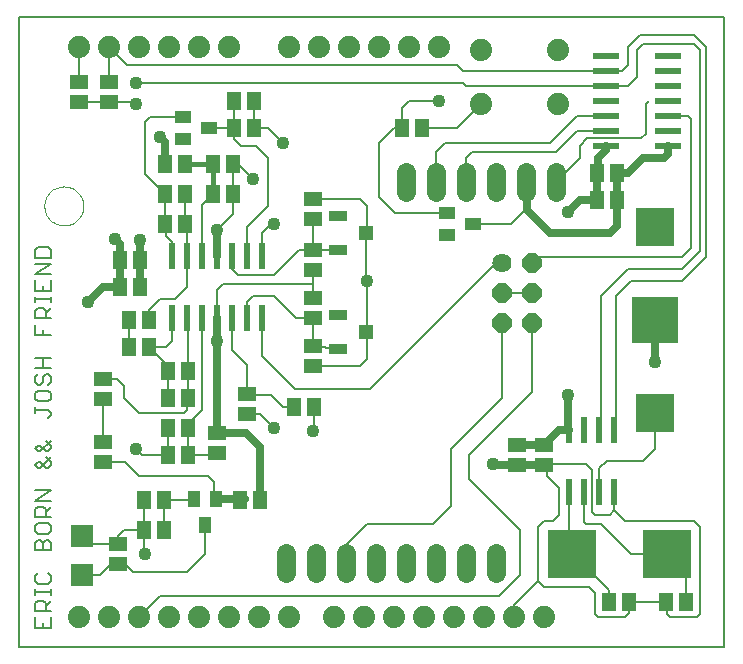
<source format=gtl>
G75*
G70*
%OFA0B0*%
%FSLAX24Y24*%
%IPPOS*%
%LPD*%
%AMOC8*
5,1,8,0,0,1.08239X$1,22.5*
%
%ADD10C,0.0000*%
%ADD11C,0.0080*%
%ADD12C,0.0740*%
%ADD13R,0.0394X0.0551*%
%ADD14R,0.0512X0.0591*%
%ADD15R,0.0591X0.0512*%
%ADD16R,0.0236X0.0866*%
%ADD17R,0.0551X0.0394*%
%ADD18R,0.0748X0.0748*%
%ADD19R,0.1560X0.1560*%
%ADD20R,0.1250X0.1250*%
%ADD21R,0.0630X0.0354*%
%ADD22R,0.0512X0.0512*%
%ADD23R,0.1614X0.1614*%
%ADD24C,0.0640*%
%ADD25R,0.0866X0.0236*%
%ADD26C,0.0640*%
%ADD27OC8,0.0640*%
%ADD28C,0.0250*%
%ADD29C,0.0436*%
%ADD30C,0.0160*%
D10*
X000161Y001865D02*
X000161Y022861D01*
X023681Y022861D01*
X023681Y001865D01*
X000161Y001865D01*
X001011Y016565D02*
X001013Y016615D01*
X001019Y016665D01*
X001029Y016715D01*
X001042Y016763D01*
X001059Y016811D01*
X001080Y016857D01*
X001104Y016901D01*
X001132Y016943D01*
X001163Y016983D01*
X001197Y017020D01*
X001234Y017055D01*
X001273Y017086D01*
X001314Y017115D01*
X001358Y017140D01*
X001404Y017162D01*
X001451Y017180D01*
X001499Y017194D01*
X001548Y017205D01*
X001598Y017212D01*
X001648Y017215D01*
X001699Y017214D01*
X001749Y017209D01*
X001799Y017200D01*
X001847Y017188D01*
X001895Y017171D01*
X001941Y017151D01*
X001986Y017128D01*
X002029Y017101D01*
X002069Y017071D01*
X002107Y017038D01*
X002142Y017002D01*
X002175Y016963D01*
X002204Y016922D01*
X002230Y016879D01*
X002253Y016834D01*
X002272Y016787D01*
X002287Y016739D01*
X002299Y016690D01*
X002307Y016640D01*
X002311Y016590D01*
X002311Y016540D01*
X002307Y016490D01*
X002299Y016440D01*
X002287Y016391D01*
X002272Y016343D01*
X002253Y016296D01*
X002230Y016251D01*
X002204Y016208D01*
X002175Y016167D01*
X002142Y016128D01*
X002107Y016092D01*
X002069Y016059D01*
X002029Y016029D01*
X001986Y016002D01*
X001941Y015979D01*
X001895Y015959D01*
X001847Y015942D01*
X001799Y015930D01*
X001749Y015921D01*
X001699Y015916D01*
X001648Y015915D01*
X001598Y015918D01*
X001548Y015925D01*
X001499Y015936D01*
X001451Y015950D01*
X001404Y015968D01*
X001358Y015990D01*
X001314Y016015D01*
X001273Y016044D01*
X001234Y016075D01*
X001197Y016110D01*
X001163Y016147D01*
X001132Y016187D01*
X001104Y016229D01*
X001080Y016273D01*
X001059Y016319D01*
X001042Y016367D01*
X001029Y016415D01*
X001019Y016465D01*
X001013Y016515D01*
X001011Y016565D01*
D11*
X000161Y022865D02*
X000161Y001865D01*
X023661Y001865D01*
X023661Y022865D01*
X000161Y022865D01*
X002161Y021865D02*
X002161Y020699D01*
X002161Y020030D02*
X003161Y020030D01*
X003996Y020030D01*
X004061Y019965D01*
X004535Y019539D02*
X004361Y019365D01*
X004361Y017630D01*
X005027Y016965D01*
X005027Y015965D01*
X005061Y015930D01*
X005061Y015565D01*
X005261Y015365D01*
X005261Y014888D01*
X005761Y014888D02*
X005761Y013865D01*
X005361Y013465D01*
X004861Y013465D01*
X004496Y013099D01*
X004496Y012765D01*
X005261Y012841D02*
X005261Y012065D01*
X005061Y011865D01*
X004496Y011865D01*
X005127Y011234D01*
X005127Y011065D01*
X005127Y010165D01*
X005761Y010130D02*
X005761Y009765D01*
X005661Y009665D01*
X004161Y009665D01*
X003661Y010165D01*
X003661Y010565D01*
X003427Y010799D01*
X002961Y010799D01*
X002961Y010130D02*
X002961Y008699D01*
X002961Y008030D02*
X003696Y008030D01*
X004161Y007565D01*
X006461Y007565D01*
X006661Y007365D01*
X006661Y006872D01*
X006735Y006798D01*
X005987Y006798D02*
X005954Y006765D01*
X004996Y006765D01*
X004996Y005765D01*
X004327Y005765D02*
X003661Y005765D01*
X003461Y005565D01*
X003461Y005299D01*
X002261Y005299D01*
X002261Y005565D01*
X001221Y005722D02*
X001221Y005895D01*
X001135Y005982D01*
X000788Y005982D01*
X000701Y005895D01*
X000701Y005722D01*
X000788Y005635D01*
X001135Y005635D01*
X001221Y005722D01*
X001135Y005430D02*
X001221Y005343D01*
X001221Y005083D01*
X000701Y005083D01*
X000701Y005343D01*
X000788Y005430D01*
X000874Y005430D01*
X000961Y005343D01*
X000961Y005083D01*
X000961Y005343D02*
X001048Y005430D01*
X001135Y005430D01*
X001221Y006188D02*
X000701Y006188D01*
X000701Y006448D01*
X000788Y006534D01*
X000961Y006534D01*
X001048Y006448D01*
X001048Y006188D01*
X001048Y006361D02*
X001221Y006534D01*
X001221Y006740D02*
X000701Y006740D01*
X001221Y007087D01*
X000701Y007087D01*
X000788Y007845D02*
X000874Y007845D01*
X001221Y008192D01*
X001048Y008192D02*
X001221Y008018D01*
X001221Y007932D01*
X001135Y007845D01*
X001048Y007845D01*
X000874Y008018D01*
X000788Y008018D01*
X000701Y007932D01*
X000788Y007845D01*
X000788Y008397D02*
X000874Y008397D01*
X001221Y008744D01*
X001048Y008744D02*
X001221Y008571D01*
X001221Y008484D01*
X001135Y008397D01*
X001048Y008397D01*
X000874Y008571D01*
X000788Y008571D01*
X000701Y008484D01*
X000788Y008397D01*
X001135Y009502D02*
X001221Y009589D01*
X001221Y009676D01*
X001135Y009762D01*
X000701Y009762D01*
X000701Y009676D02*
X000701Y009849D01*
X000788Y010055D02*
X001135Y010055D01*
X001221Y010141D01*
X001221Y010315D01*
X001135Y010402D01*
X000788Y010402D01*
X000701Y010315D01*
X000701Y010141D01*
X000788Y010055D01*
X000788Y010607D02*
X000874Y010607D01*
X000961Y010694D01*
X000961Y010867D01*
X001048Y010954D01*
X001135Y010954D01*
X001221Y010867D01*
X001221Y010694D01*
X001135Y010607D01*
X000788Y010607D02*
X000701Y010694D01*
X000701Y010867D01*
X000788Y010954D01*
X000701Y011159D02*
X001221Y011159D01*
X000961Y011159D02*
X000961Y011506D01*
X000701Y011506D02*
X001221Y011506D01*
X001221Y012264D02*
X000701Y012264D01*
X000701Y012611D01*
X000701Y012817D02*
X000701Y013077D01*
X000788Y013164D01*
X000961Y013164D01*
X001048Y013077D01*
X001048Y012817D01*
X001048Y012990D02*
X001221Y013164D01*
X001221Y013369D02*
X001221Y013543D01*
X001221Y013456D02*
X000701Y013456D01*
X000701Y013369D02*
X000701Y013543D01*
X000701Y013738D02*
X001221Y013738D01*
X001221Y014084D01*
X001221Y014290D02*
X000701Y014290D01*
X001221Y014637D01*
X000701Y014637D01*
X000701Y014842D02*
X000701Y015103D01*
X000788Y015189D01*
X001135Y015189D01*
X001221Y015103D01*
X001221Y014842D01*
X000701Y014842D01*
X000701Y014084D02*
X000701Y013738D01*
X000961Y013738D02*
X000961Y013911D01*
X001221Y012817D02*
X000701Y012817D01*
X000961Y012438D02*
X000961Y012264D01*
X003827Y011865D02*
X003827Y012765D01*
X005761Y012841D02*
X005796Y012806D01*
X005796Y011065D01*
X005796Y010165D01*
X005761Y010130D01*
X006261Y009765D02*
X006261Y012841D01*
X006761Y012841D02*
X006761Y013765D01*
X006961Y013965D01*
X009961Y013965D01*
X009961Y013499D01*
X009961Y013965D02*
X009961Y014430D01*
X009961Y015099D02*
X009496Y015099D01*
X008661Y014265D01*
X007461Y014265D01*
X007261Y014465D01*
X007261Y014888D01*
X007761Y014888D02*
X007761Y015865D01*
X008461Y016565D01*
X008461Y018165D01*
X008061Y018565D01*
X007561Y018565D01*
X007327Y018799D01*
X007327Y019165D01*
X007327Y020065D01*
X007996Y020065D02*
X007996Y019165D01*
X008461Y019165D01*
X008961Y018665D01*
X007961Y017465D02*
X007461Y017965D01*
X007296Y017965D01*
X007296Y016965D01*
X007296Y016299D01*
X006761Y015765D01*
X006261Y016599D02*
X006627Y016965D01*
X006261Y016599D02*
X006261Y014888D01*
X005761Y014888D02*
X005761Y015899D01*
X005696Y015965D01*
X005696Y016965D01*
X008261Y015665D02*
X008261Y014888D01*
X008261Y015665D02*
X008561Y015965D01*
X008661Y015965D01*
X009961Y016130D02*
X009961Y015099D01*
X010783Y015113D01*
X011740Y015665D02*
X011761Y015686D01*
X011761Y016565D01*
X011527Y016799D01*
X009961Y016799D01*
X011740Y015665D02*
X011740Y014086D01*
X011761Y014065D01*
X011761Y012386D01*
X011740Y012365D01*
X011761Y012343D01*
X011761Y011465D01*
X011527Y011230D01*
X009961Y011230D01*
X009961Y011899D02*
X010783Y011813D01*
X009961Y011899D02*
X009961Y012830D01*
X009396Y012830D01*
X008661Y013565D01*
X007961Y013565D01*
X007761Y013365D01*
X007761Y012841D01*
X007261Y012841D02*
X007261Y011765D01*
X007761Y011265D01*
X007761Y010299D01*
X007796Y010265D01*
X008561Y010265D01*
X008961Y009865D01*
X009327Y009865D01*
X009361Y010465D02*
X008261Y011565D01*
X008261Y012841D01*
X009361Y010465D02*
X011861Y010465D01*
X016061Y014665D01*
X016261Y014665D01*
X017261Y014665D02*
X017461Y014865D01*
X022261Y014865D01*
X022561Y015165D01*
X022561Y019465D01*
X022461Y019565D01*
X021785Y019565D01*
X021161Y020065D02*
X021061Y019965D01*
X021061Y018965D01*
X020911Y018815D01*
X019111Y018815D01*
X018861Y018565D01*
X018861Y018165D01*
X018061Y017365D01*
X017061Y017365D02*
X017061Y016465D01*
X016561Y015965D01*
X015294Y015965D01*
X014428Y016339D02*
X012687Y016339D01*
X012161Y016865D01*
X012161Y018665D01*
X012661Y019165D01*
X012927Y019165D01*
X012927Y019830D01*
X013161Y020065D01*
X014161Y020065D01*
X014961Y020665D02*
X015061Y020565D01*
X019738Y020565D01*
X020461Y020565D01*
X020761Y020865D01*
X020761Y021765D01*
X020961Y021965D01*
X022661Y021965D01*
X022861Y021765D01*
X022861Y015065D01*
X022261Y014465D01*
X020461Y014465D01*
X019561Y013565D01*
X019561Y009138D01*
X019511Y009088D01*
X020011Y009088D02*
X020061Y009138D01*
X020061Y013565D01*
X020561Y014065D01*
X022261Y014065D01*
X023061Y014865D01*
X023061Y021865D01*
X022661Y022265D01*
X020861Y022265D01*
X020461Y021865D01*
X020461Y021265D01*
X020261Y021065D01*
X019738Y021065D01*
X014961Y021065D01*
X014761Y021265D01*
X003761Y021265D01*
X003161Y021865D01*
X003161Y020699D01*
X004061Y020665D02*
X014961Y020665D01*
X015581Y019975D02*
X014771Y019165D01*
X013596Y019165D01*
X014361Y018665D02*
X014061Y018365D01*
X014061Y017365D01*
X015061Y017365D02*
X015061Y018165D01*
X015261Y018365D01*
X018061Y018365D01*
X018761Y019065D01*
X019738Y019065D01*
X019738Y019565D02*
X018761Y019565D01*
X017861Y018665D01*
X014361Y018665D01*
X016261Y013665D02*
X017261Y013665D01*
X017261Y012665D02*
X017261Y010365D01*
X015161Y008265D01*
X015161Y007465D01*
X016861Y005765D01*
X016861Y004265D01*
X016161Y003565D01*
X004861Y003565D01*
X004161Y002865D01*
X003961Y004365D02*
X005761Y004365D01*
X006361Y004965D01*
X006361Y005931D01*
X004327Y005765D02*
X004327Y004999D01*
X004361Y004965D01*
X003961Y004365D02*
X003696Y004630D01*
X003461Y004630D01*
X003227Y004630D01*
X002861Y004265D01*
X002261Y004265D01*
X001221Y004238D02*
X001221Y004064D01*
X001135Y003978D01*
X000788Y003978D01*
X000701Y004064D01*
X000701Y004238D01*
X000788Y004325D01*
X001135Y004325D02*
X001221Y004238D01*
X001221Y003783D02*
X001221Y003609D01*
X001221Y003696D02*
X000701Y003696D01*
X000701Y003609D02*
X000701Y003783D01*
X000788Y003404D02*
X000961Y003404D01*
X001048Y003317D01*
X001048Y003057D01*
X001221Y003057D02*
X000701Y003057D01*
X000701Y003317D01*
X000788Y003404D01*
X001048Y003230D02*
X001221Y003404D01*
X001221Y002851D02*
X001221Y002505D01*
X000701Y002505D01*
X000701Y002851D01*
X000961Y002678D02*
X000961Y002505D01*
X004327Y005765D02*
X004327Y006765D01*
X004261Y008265D02*
X004061Y008465D01*
X004261Y008265D02*
X005127Y008265D01*
X005127Y009165D01*
X005796Y009165D02*
X005796Y009299D01*
X006261Y009765D01*
X005796Y009165D02*
X005796Y008265D01*
X006696Y008265D01*
X006761Y008330D01*
X007761Y009630D02*
X008196Y009630D01*
X008661Y009165D01*
X009961Y009065D02*
X009996Y009099D01*
X009996Y009865D01*
X014561Y008465D02*
X014561Y006565D01*
X013961Y005965D01*
X011761Y005965D01*
X011061Y005265D01*
X011061Y004665D01*
X014561Y008465D02*
X016261Y010165D01*
X016261Y012665D01*
X021361Y009665D02*
X021361Y008465D01*
X020961Y008065D01*
X019761Y008065D01*
X019511Y007815D01*
X019511Y007041D01*
X020011Y007041D02*
X020011Y006415D01*
X019861Y006265D01*
X019361Y006265D01*
X019261Y006365D01*
X019261Y007765D01*
X019061Y007965D01*
X017696Y007965D01*
X017661Y007930D01*
X017661Y007965D02*
X017761Y007865D01*
X017761Y007565D01*
X018161Y007165D01*
X018161Y006265D01*
X017961Y006065D01*
X017661Y006065D01*
X017461Y005865D01*
X017461Y004065D01*
X016661Y003265D01*
X016661Y002865D01*
X017661Y003865D02*
X017461Y004065D01*
X017661Y003865D02*
X019161Y003865D01*
X019361Y003665D01*
X019361Y002965D01*
X019461Y002865D01*
X020361Y002865D01*
X020496Y002999D01*
X020496Y003365D01*
X021727Y003365D01*
X021761Y003330D01*
X021761Y002965D01*
X021861Y002865D01*
X022761Y002865D01*
X022861Y002965D01*
X022861Y005865D01*
X022661Y006065D01*
X020361Y006065D01*
X020011Y006415D01*
X019561Y005965D02*
X020561Y004965D01*
X021761Y004965D01*
X022396Y004330D01*
X022396Y003365D01*
X019827Y003365D02*
X019827Y003749D01*
X018611Y004965D01*
X018511Y005065D01*
X018511Y007041D01*
X019011Y007041D02*
X019011Y006015D01*
X019061Y005965D01*
X019561Y005965D01*
X007327Y019165D02*
X006494Y019165D01*
X005628Y019539D02*
X004535Y019539D01*
D12*
X004161Y021865D03*
X003161Y021865D03*
X002161Y021865D03*
X005161Y021865D03*
X006161Y021865D03*
X007161Y021865D03*
X009161Y021865D03*
X010161Y021865D03*
X011161Y021865D03*
X012161Y021865D03*
X013161Y021865D03*
X014161Y021865D03*
X015581Y021755D03*
X015581Y019975D03*
X018141Y019975D03*
X018141Y021755D03*
X017661Y002865D03*
X016661Y002865D03*
X015661Y002865D03*
X014661Y002865D03*
X013661Y002865D03*
X012661Y002865D03*
X011661Y002865D03*
X010661Y002865D03*
X009161Y002865D03*
X008161Y002865D03*
X007161Y002865D03*
X006161Y002865D03*
X005161Y002865D03*
X004161Y002865D03*
X003161Y002865D03*
X002161Y002865D03*
D13*
X006361Y005931D03*
X005987Y006798D03*
X006735Y006798D03*
D14*
X007527Y006765D03*
X008196Y006765D03*
X005796Y008265D03*
X005127Y008265D03*
X005127Y009165D03*
X005796Y009165D03*
X005796Y010165D03*
X005127Y010165D03*
X005127Y011065D03*
X005796Y011065D03*
X004496Y011865D03*
X003827Y011865D03*
X003827Y012765D03*
X004496Y012765D03*
X004196Y013865D03*
X003527Y013865D03*
X003527Y014765D03*
X004196Y014765D03*
X005027Y015965D03*
X005696Y015965D03*
X005696Y016965D03*
X005027Y016965D03*
X005027Y017965D03*
X005696Y017965D03*
X006627Y017965D03*
X007296Y017965D03*
X007296Y016965D03*
X006627Y016965D03*
X007327Y019165D03*
X007996Y019165D03*
X007996Y020065D03*
X007327Y020065D03*
X012927Y019165D03*
X013596Y019165D03*
X019427Y017665D03*
X020096Y017665D03*
X020096Y016765D03*
X019427Y016765D03*
X009996Y009865D03*
X009327Y009865D03*
X004996Y006765D03*
X004327Y006765D03*
X004327Y005765D03*
X004996Y005765D03*
X019827Y003365D03*
X020496Y003365D03*
X021727Y003365D03*
X022396Y003365D03*
D15*
X017661Y007930D03*
X017661Y008599D03*
X016761Y008599D03*
X016761Y007930D03*
X009961Y011230D03*
X009961Y011899D03*
X009961Y012830D03*
X009961Y013499D03*
X009961Y014430D03*
X009961Y015099D03*
X009961Y016130D03*
X009961Y016799D03*
X003161Y020030D03*
X003161Y020699D03*
X002161Y020699D03*
X002161Y020030D03*
X002961Y010799D03*
X002961Y010130D03*
X002961Y008699D03*
X002961Y008030D03*
X003461Y005299D03*
X003461Y004630D03*
X006761Y008330D03*
X006761Y008999D03*
X007761Y009630D03*
X007761Y010299D03*
D16*
X007761Y012841D03*
X007261Y012841D03*
X006761Y012841D03*
X006261Y012841D03*
X005761Y012841D03*
X005261Y012841D03*
X005261Y014888D03*
X005761Y014888D03*
X006261Y014888D03*
X006761Y014888D03*
X007261Y014888D03*
X007761Y014888D03*
X008261Y014888D03*
X008261Y012841D03*
X018511Y009088D03*
X019011Y009088D03*
X019511Y009088D03*
X020011Y009088D03*
X020011Y007041D03*
X019511Y007041D03*
X019011Y007041D03*
X018511Y007041D03*
D17*
X014428Y015591D03*
X014428Y016339D03*
X015294Y015965D03*
X006494Y019165D03*
X005628Y019539D03*
X005628Y018791D03*
D18*
X002261Y005565D03*
X002261Y004265D03*
D19*
X021361Y012765D03*
D20*
X021361Y015865D03*
X021361Y009665D03*
D21*
X010783Y011813D03*
X010783Y012916D03*
X010783Y015113D03*
X010783Y016216D03*
D22*
X011740Y015665D03*
X011740Y012365D03*
D23*
X018611Y004965D03*
X021761Y004965D03*
D24*
X016061Y004985D02*
X016061Y004345D01*
X015061Y004345D02*
X015061Y004985D01*
X014061Y004985D02*
X014061Y004345D01*
X013061Y004345D02*
X013061Y004985D01*
X012061Y004985D02*
X012061Y004345D01*
X011061Y004345D02*
X011061Y004985D01*
X010061Y004985D02*
X010061Y004345D01*
X009061Y004345D02*
X009061Y004985D01*
X013061Y017045D02*
X013061Y017685D01*
X014061Y017685D02*
X014061Y017045D01*
X015061Y017045D02*
X015061Y017685D01*
X016061Y017685D02*
X016061Y017045D01*
X017061Y017045D02*
X017061Y017685D01*
X018061Y017685D02*
X018061Y017045D01*
D25*
X019738Y018565D03*
X019738Y019065D03*
X019738Y019565D03*
X019738Y020065D03*
X019738Y020565D03*
X019738Y021065D03*
X019738Y021565D03*
X021785Y021565D03*
X021785Y021065D03*
X021785Y020565D03*
X021785Y020065D03*
X021785Y019565D03*
X021785Y019065D03*
X021785Y018565D03*
D26*
X016261Y014665D03*
D27*
X017261Y014665D03*
X017261Y013665D03*
X016261Y013665D03*
X016261Y012665D03*
X017261Y012665D03*
D28*
X018461Y010265D02*
X018461Y009138D01*
X018511Y009088D01*
X018150Y009088D01*
X017661Y008599D01*
X016761Y008599D01*
X016761Y007930D02*
X015961Y007930D01*
X015961Y007965D01*
X016761Y007930D02*
X017661Y007930D01*
X021361Y011365D02*
X021361Y012765D01*
X019861Y015665D02*
X017861Y015665D01*
X017111Y016415D01*
X017111Y017315D01*
X017061Y017365D01*
X018461Y016365D02*
X018861Y016765D01*
X019427Y016765D01*
X019427Y017665D01*
X019461Y017699D01*
X019461Y018165D01*
X019738Y018441D01*
X019738Y018565D01*
X020096Y017665D02*
X020096Y016765D01*
X020096Y015899D01*
X019861Y015665D01*
X020096Y017665D02*
X020461Y017665D01*
X020961Y018165D01*
X021661Y018165D01*
X021785Y018288D01*
X021785Y018565D01*
X008196Y008530D02*
X007727Y008999D01*
X006761Y008999D01*
X006761Y012065D01*
X006761Y012841D01*
X006761Y014888D02*
X006761Y015765D01*
X004196Y015430D02*
X004196Y014765D01*
X004196Y013865D01*
X003527Y013865D02*
X002961Y013865D01*
X002461Y013365D01*
X003527Y013865D02*
X003527Y014765D01*
X003527Y015299D01*
X003361Y015465D01*
X005027Y017965D02*
X005027Y018699D01*
X004861Y018865D01*
X008196Y008530D02*
X008196Y006765D01*
X007694Y006798D02*
X006735Y006798D01*
D29*
X004361Y004965D03*
X004061Y008465D03*
X006761Y012065D03*
X008661Y009165D03*
X009961Y009065D03*
X015961Y007965D03*
X018461Y010265D03*
X021361Y011365D03*
X018461Y016365D03*
X014161Y020065D03*
X008961Y018665D03*
X007961Y017465D03*
X008661Y015965D03*
X006761Y015765D03*
X004186Y015440D03*
X003361Y015465D03*
X002461Y013365D03*
X004861Y018865D03*
X004061Y019965D03*
X004061Y020665D03*
X011761Y014065D03*
D30*
X006627Y016965D02*
X006627Y017965D01*
X005696Y017965D01*
M02*

</source>
